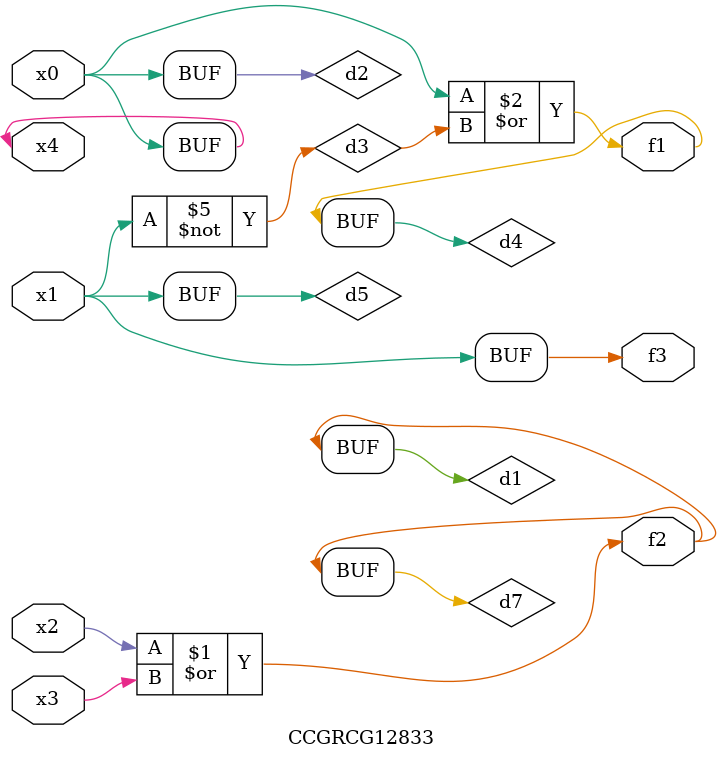
<source format=v>
module CCGRCG12833(
	input x0, x1, x2, x3, x4,
	output f1, f2, f3
);

	wire d1, d2, d3, d4, d5, d6, d7;

	or (d1, x2, x3);
	buf (d2, x0, x4);
	not (d3, x1);
	or (d4, d2, d3);
	not (d5, d3);
	nand (d6, d1, d3);
	or (d7, d1);
	assign f1 = d4;
	assign f2 = d7;
	assign f3 = d5;
endmodule

</source>
